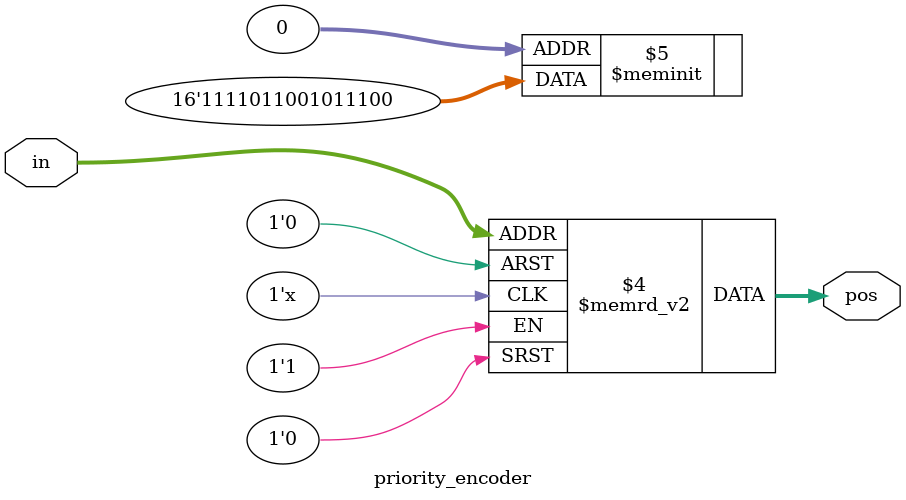
<source format=v>
module priority_encoder( 
input [2:0] in,
output reg [1:0] pos ); 
// When sel=1, assign b to out
always @(*)
begin
	case (in)
	3'b000: pos = 2'b00;
	3'b001: pos = 2'b11;
	3'b010: pos = 2'b01;
	3'b011: pos = 2'b01;
	3'b100: pos = 2'b10;
	3'b101: pos = 2'b01;
	3'b110: pos = 2'b11;
	3'b111: pos = 2'b11;
	3'bx00: pos = 2'b00;
	3'bx11: pos = 2'b11;
	endcase
end
endmodule

</source>
